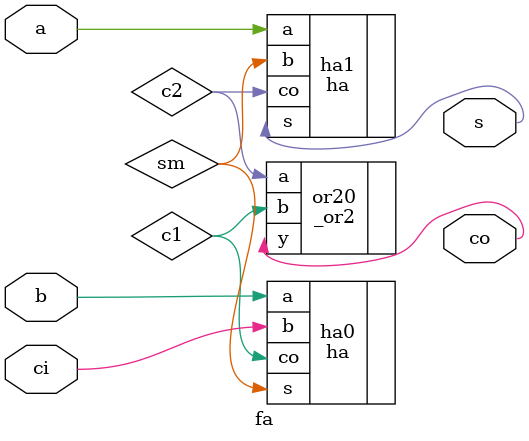
<source format=v>
module fa(a, b, ci, co, s);

	input a, b, ci; //input ports
	output co, s; // output ports

	ha ha0(.s(sm), .co(c1), .a(b), .b(ci)); 	// Instantiate a half adder 'ha0'
	ha ha1(.s(s), .co(c2), .a(a), .b(sm)); // Instantiate a half adder 'ha1'

	_or2 or20(.y(co), .a(c2), .b(c1)); // Instantiate an OR gate 'or20'

	
endmodule

</source>
